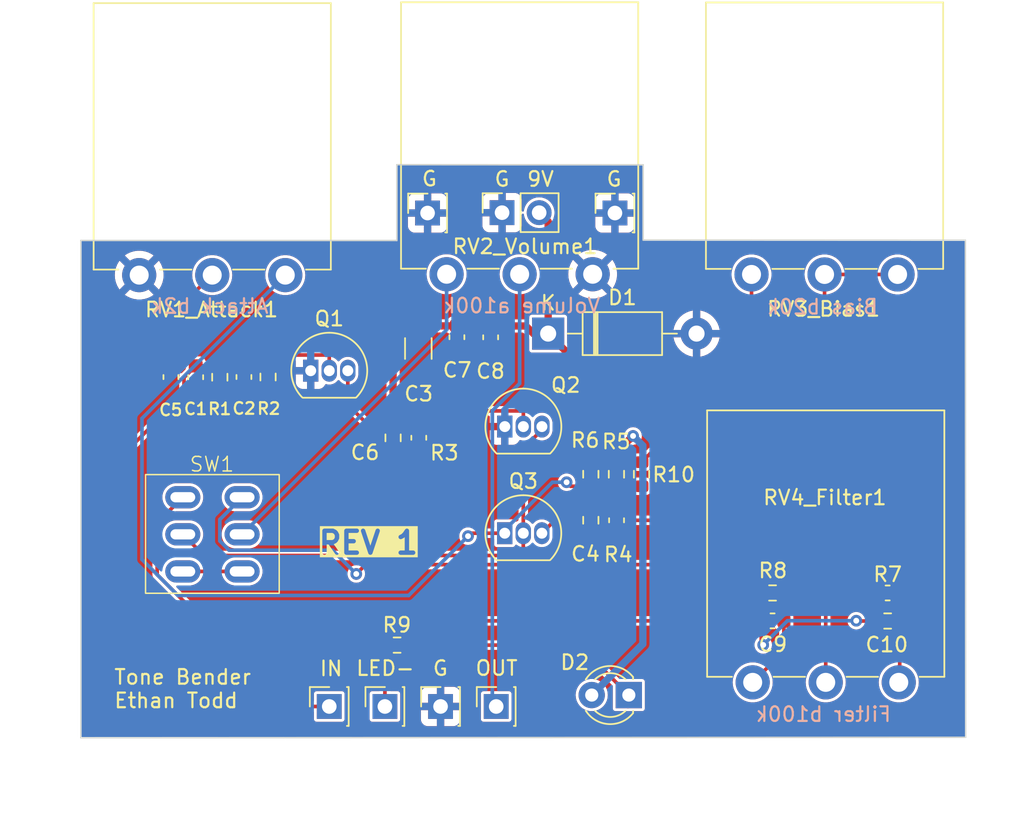
<source format=kicad_pcb>
(kicad_pcb (version 20240108) (generator "pcbnew") (generator_version "8.0")
  (layers (0 "F.Cu" signal) (31 "B.Cu" signal) (34 "B.Paste" user) (35 "F.Paste" user) (36 "B.SilkS" user "B.Silkscreen") (37 "F.SilkS" user "F.Silkscreen") (38 "B.Mask" user) (39 "F.Mask" user) (44 "Edge.Cuts" user))
  (net 0 "")
  (net 1 "GND")
  (net 2 "Net-(Q1-B)")
  (net 3 "+9V")
  (net 4 "Net-(C4-Pad2)")
  (net 5 "Net-(C5-Pad1)")
  (net 6 "Net-(Q1-C)")
  (net 7 "Net-(Q2-B)")
  (net 8 "Net-(Q2-C)")
  (net 9 "Net-(Q3-E)")
  (net 10 "Net-(Q3-C)")
  (net 11 "/input")
  (net 12 "/output")
  (net 13 "Net-(SW1A-B)")
  (net 14 "Net-(SW1A-A)")
  (net 15 "Net-(C9-Pad2)")
  (net 16 "Net-(C10-Pad1)")
  (net 17 "Net-(SW1B-B)")
  (net 18 "Net-(SW1B-A)")
  (net 19 "Net-(SW1A-C)")
  (net 20 "Net-(D2-K)")
  (net 21 "/LED-")
  (net 22 "Net-(R10-Pad2)")
  (footprint "Connector_PinSocket_2.54mm:PinSocket_1x01_P2.54mm_Vertical" (layer "F.Cu") (at 140.081 84.201 90)
    (property "Reference" "J3" (hide yes))
    (property "Value" "Conn_01x01_Socket")
    (fp_line (start 1.33 -1.33) (end 1.33 0) (stroke (width 0.12)) (layer "F.SilkS"))
    (fp_line (start 0 -1.33) (end 1.33 -1.33) (stroke (width 0.12)) (layer "F.SilkS"))
    (fp_line (start 1.33 1.21) (end 1.33 1.33) (stroke (width 0.12)) (layer "F.SilkS"))
    (fp_line (start -1.33 1.21) (end -1.33 1.33) (stroke (width 0.12)) (layer "F.SilkS"))
    (fp_line (start -1.33 1.33) (end 1.33 1.33) (stroke (width 0.12)) (layer "F.SilkS"))
    (pad "1" thru_hole rect (at 0 0 90) (size 1.7 1.7) (drill 1) (layers "*.Cu" "*.Mask") (net 1 "GND"))
  )
  (footprint "Connector_PinSocket_2.54mm:PinSocket_1x01_P2.54mm_Vertical" (layer "F.Cu") (at 136.271 84.201 90)
    (property "Reference" "J1" (hide yes))
    (property "Value" "Conn_01x01_Socket")
    (fp_line (start 1.33 -1.33) (end 1.33 0) (stroke (width 0.12)) (layer "F.SilkS"))
    (fp_line (start 0 -1.33) (end 1.33 -1.33) (stroke (width 0.12)) (layer "F.SilkS"))
    (fp_line (start 1.33 1.21) (end 1.33 1.33) (stroke (width 0.12)) (layer "F.SilkS"))
    (fp_line (start -1.33 1.21) (end -1.33 1.33) (stroke (width 0.12)) (layer "F.SilkS"))
    (fp_line (start -1.33 1.33) (end 1.33 1.33) (stroke (width 0.12)) (layer "F.SilkS"))
    (pad "1" thru_hole rect (at 0 0 90) (size 1.7 1.7) (drill 1) (layers "*.Cu" "*.Mask") (net 21 "/LED-"))
  )
  (footprint "Capacitor_SMD:C_0603_1608Metric" (layer "F.Cu") (at 162.81 78.34)
    (property "Reference" "C9" (at 0.02 1.61 360) (layer "F.SilkS"))
    (property "Value" "5n")
    (fp_line (start -0.140581 -0.51) (end 0.140581 -0.51) (stroke (width 0.12)) (layer "F.SilkS"))
    (fp_line (start -0.140581 0.51) (end 0.140581 0.51) (stroke (width 0.12)) (layer "F.SilkS"))
    (pad "1" smd roundrect (at -0.775 0) (size 0.9 0.95) (layers "F.Cu" "F.Paste" "F.Mask") (net 14 "Net-(SW1A-A)"))
    (pad "2" smd roundrect (at 0.775 0) (size 0.9 0.95) (layers "F.Cu" "F.Paste" "F.Mask") (net 15 "Net-(C9-Pad2)"))
  )
  (footprint "Potentiometer_THT:Potentiometer_Piher_PC-16_Single_Vertical" (layer "F.Cu") (at 129.45 54.67 90)
    (property "Reference" "RV1_Attack1" (at -2.366 -5.05 0) (layer "F.SilkS"))
    (property "Value" "B2k")
    (fp_line (start 18.62 -13.12) (end 18.62 3.12) (stroke (width 0.12)) (layer "F.SilkS"))
    (fp_line (start 0.380001 -13.12) (end 18.62 -13.12) (stroke (width 0.12)) (layer "F.SilkS"))
    (fp_line (start 0.380001 -13.12) (end 0.38 -11.426001) (stroke (width 0.12)) (layer "F.SilkS"))
    (fp_line (start 0.38 -8.574) (end 0.380001 -6.425) (stroke (width 0.12)) (layer "F.SilkS"))
    (fp_line (start 0.38 -3.575) (end 0.38 -1.425) (stroke (width 0.12)) (layer "F.SilkS"))
    (fp_line (start 0.38 1.425) (end 0.38 3.12) (stroke (width 0.12)) (layer "F.SilkS"))
    (fp_line (start 0.38 3.12) (end 18.62 3.12) (stroke (width 0.12)) (layer "F.SilkS"))
    (pad "1" thru_hole circle (at 0 0 90) (size 2.34 2.34) (drill 1.3) (layers "*.Cu" "*.Mask") (net 9 "Net-(Q3-E)"))
    (pad "2" thru_hole circle (at 0 -5 90) (size 2.34 2.34) (drill 1.3) (layers "*.Cu" "*.Mask") (net 5 "Net-(C5-Pad1)"))
    (pad "3" thru_hole circle (at 0 -10 90) (size 2.34 2.34) (drill 1.3) (layers "*.Cu" "*.Mask") (net 1 "GND"))
  )
  (footprint "Resistor_SMD:R_0603_1608Metric" (layer "F.Cu") (at 170.69 78.35)
    (property "Reference" "R7" (at 0 -3.19 0) (layer "F.SilkS"))
    (property "Value" "39k")
    (fp_line (start -0.237258 -0.5225) (end 0.237258 -0.5225) (stroke (width 0.12)) (layer "F.SilkS"))
    (fp_line (start -0.237258 0.5225) (end 0.237258 0.5225) (stroke (width 0.12)) (layer "F.SilkS"))
    (pad "1" smd roundrect (at -0.825 0) (size 0.8 0.95) (layers "F.Cu" "F.Paste" "F.Mask") (net 14 "Net-(SW1A-A)"))
    (pad "2" smd roundrect (at 0.825 0) (size 0.8 0.95) (layers "F.Cu" "F.Paste" "F.Mask") (net 16 "Net-(C10-Pad1)"))
  )
  (footprint "Capacitor_SMD:C_0603_1608Metric" (layer "F.Cu") (at 121.62 61.65 -90)
    (property "Reference" "C5" (at 2.25 0.01 180) (layer "F.SilkS") (effects (font (size 0.8 0.8))))
    (property "Value" "4.7u")
    (fp_line (start -0.140581 0.51) (end 0.140581 0.51) (stroke (width 0.12)) (layer "F.SilkS"))
    (fp_line (start -0.140581 -0.51) (end 0.140581 -0.51) (stroke (width 0.12)) (layer "F.SilkS"))
    (pad "1" smd roundrect (at -0.775 0 270) (size 0.9 0.95) (layers "F.Cu" "F.Paste" "F.Mask") (net 5 "Net-(C5-Pad1)"))
    (pad "2" smd roundrect (at 0.775 0 270) (size 0.9 0.95) (layers "F.Cu" "F.Paste" "F.Mask") (net 1 "GND"))
  )
  (footprint "Diode_THT:D_DO-41_SOD81_P10.16mm_Horizontal" (layer "F.Cu") (at 147.447 58.674)
    (property "Reference" "D1" (at 5.08 -2.47 0) (layer "F.SilkS"))
    (property "Value" "1N4002")
    (fp_line (start 1.34 0) (end 2.36 0) (stroke (width 0.12)) (layer "F.SilkS"))
    (fp_line (start 2.36 -1.47) (end 2.36 1.47) (stroke (width 0.12)) (layer "F.SilkS"))
    (fp_line (start 2.36 1.47) (end 7.8 1.47) (stroke (width 0.12)) (layer "F.SilkS"))
    (fp_line (start 3.14 -1.47) (end 3.14 1.47) (stroke (width 0.12)) (layer "F.SilkS"))
    (fp_line (start 3.26 -1.47) (end 3.26 1.47) (stroke (width 0.12)) (layer "F.SilkS"))
    (fp_line (start 3.38 -1.47) (end 3.38 1.47) (stroke (width 0.12)) (layer "F.SilkS"))
    (fp_line (start 7.8 -1.47) (end 2.36 -1.47) (stroke (width 0.12)) (layer "F.SilkS"))
    (fp_line (start 7.8 1.47) (end 7.8 -1.47) (stroke (width 0.12)) (layer "F.SilkS"))
    (fp_line (start 8.82 0) (end 7.8 0) (stroke (width 0.12)) (layer "F.SilkS"))
    (fp_text user "K" (at 0 -2.1 0) (layer "F.SilkS"))
    (pad "1" thru_hole rect (at 0 0) (size 2.2 2.2) (drill 1.1) (layers "*.Cu" "*.Mask") (net 3 "+9V"))
    (pad "2" thru_hole oval (at 10.16 0) (size 2.2 2.2) (drill 1.1) (layers "*.Cu" "*.Mask") (net 1 "GND"))
  )
  (footprint "Capacitor_SMD:C_1206_3216Metric" (layer "F.Cu") (at 138.56 59.694999 -90)
    (property "Reference" "C3" (at 3.105001 -0.02 180) (layer "F.SilkS"))
    (property "Value" "47u")
    (fp_line (start -0.711252 0.91) (end 0.711252 0.91) (stroke (width 0.12)) (layer "F.SilkS"))
    (fp_line (start -0.711252 -0.91) (end 0.711252 -0.91) (stroke (width 0.12)) (layer "F.SilkS"))
    (pad "1" smd roundrect (at -1.475001 0 270) (size 1.15 1.8) (layers "F.Cu" "F.Paste" "F.Mask") (roundrect_rratio 0.217391) (net 3 "+9V"))
    (pad "2" smd roundrect (at 1.475001 0 270) (size 1.15 1.8) (layers "F.Cu" "F.Paste" "F.Mask") (roundrect_rratio 0.217391) (net 1 "GND"))
  )
  (footprint "Connector_PinSocket_2.54mm:PinSocket_1x02_P2.54mm_Vertical" (layer "F.Cu") (at 144.292 50.394 90)
    (property "Reference" "J2" (hide yes))
    (property "Value" "Conn_01x02_Pin")
    (fp_line (start 1.33 -1.33) (end 1.33 0) (stroke (width 0.12)) (layer "F.SilkS"))
    (fp_line (start 0 -1.33) (end 1.33 -1.33) (stroke (width 0.12)) (layer "F.SilkS"))
    (fp_line (start 1.33 1.270001) (end 1.33 3.87) (stroke (width 0.12)) (layer "F.SilkS"))
    (fp_line (start -1.33 1.270001) (end 1.33 1.270001) (stroke (width 0.12)) (layer "F.SilkS"))
    (fp_line (start -1.33 1.270001) (end -1.33 3.87) (stroke (width 0.12)) (layer "F.SilkS"))
    (fp_line (start -1.33 3.87) (end 1.33 3.87) (stroke (width 0.12)) (layer "F.SilkS"))
    (pad "1" thru_hole rect (at 0 0 90) (size 1.7 1.7) (drill 1) (layers "*.Cu" "*.Mask") (net 1 "GND"))
    (pad "2" thru_hole oval (at 0 2.54 90) (size 1.7 1.7) (drill 1) (layers "*.Cu" "*.Mask") (net 3 "+9V"))
  )
  (footprint "Resistor_SMD:R_0603_1608Metric" (layer "F.Cu") (at 152.1206 68.3006 -90)
    (property "Reference" "R5" (at -2.2306 0.0106 180) (layer "F.SilkS"))
    (property "Value" "1k2")
    (fp_line (start -0.237258 0.5225) (end 0.237258 0.5225) (stroke (width 0.12)) (layer "F.SilkS"))
    (fp_line (start -0.237258 -0.5225) (end 0.237258 -0.5225) (stroke (width 0.12)) (layer "F.SilkS"))
    (pad "1" smd roundrect (at -0.825 0 270) (size 0.8 0.95) (layers "F.Cu" "F.Paste" "F.Mask") (net 3 "+9V"))
    (pad "2" smd roundrect (at 0.825 0 270) (size 0.8 0.95) (layers "F.Cu" "F.Paste" "F.Mask") (net 4 "Net-(C4-Pad2)"))
  )
  (footprint "Connector_PinSocket_2.54mm:PinSocket_1x01_P2.54mm_Vertical" (layer "F.Cu") (at 139.192 50.419 90)
    (property "Reference" "J5" (hide yes))
    (property "Value" "Conn_01x01_Socket")
    (fp_line (start 1.33 -1.33) (end 1.33 0) (stroke (width 0.12)) (layer "F.SilkS"))
    (fp_line (start 0 -1.33) (end 1.33 -1.33) (stroke (width 0.12)) (layer "F.SilkS"))
    (fp_line (start 1.33 1.21) (end 1.33 1.33) (stroke (width 0.12)) (layer "F.SilkS"))
    (fp_line (start -1.33 1.21) (end -1.33 1.33) (stroke (width 0.12)) (layer "F.SilkS"))
    (fp_line (start -1.33 1.33) (end 1.33 1.33) (stroke (width 0.12)) (layer "F.SilkS"))
    (pad "1" thru_hole rect (at 0 0 90) (size 1.7 1.7) (drill 1) (layers "*.Cu" "*.Mask") (net 1 "GND"))
  )
  (footprint "Capacitor_SMD:C_0603_1608Metric" (layer "F.Cu") (at 138.59 65.805 90)
    (property "Reference" "C6" (at -1.005 -3.68 0) (layer "F.SilkS"))
    (property "Value" "100n")
    (fp_line (start -0.140581 -0.51) (end 0.140581 -0.51) (stroke (width 0.12)) (layer "F.SilkS"))
    (fp_line (start -0.140581 0.51) (end 0.140581 0.51) (stroke (width 0.12)) (layer "F.SilkS"))
    (pad "1" smd roundrect (at -0.775 0 90) (size 0.9 0.95) (layers "F.Cu" "F.Paste" "F.Mask") (net 6 "Net-(Q1-C)"))
    (pad "2" smd roundrect (at 0.775 0 90) (size 0.9 0.95) (layers "F.Cu" "F.Paste" "F.Mask") (net 7 "Net-(Q2-B)"))
  )
  (footprint "Resistor_SMD:R_0603_1608Metric" (layer "F.Cu") (at 150.368 71.4502 -90)
    (property "Reference" "R4" (at 2.3498 -1.872 180) (layer "F.SilkS"))
    (property "Value" "47k")
    (fp_line (start -0.237258 0.5225) (end 0.237258 0.5225) (stroke (width 0.12)) (layer "F.SilkS"))
    (fp_line (start -0.237258 -0.5225) (end 0.237258 -0.5225) (stroke (width 0.12)) (layer "F.SilkS"))
    (pad "1" smd roundrect (at -0.825 0 270) (size 0.8 0.95) (layers "F.Cu" "F.Paste" "F.Mask") (net 3 "+9V"))
    (pad "2" smd roundrect (at 0.825 0 270) (size 0.8 0.95) (layers "F.Cu" "F.Paste" "F.Mask") (net 8 "Net-(Q2-C)"))
  )
  (footprint "Capacitor_SMD:C_0603_1608Metric" (layer "F.Cu") (at 152.13 71.455 90)
    (property "Reference" "C4" (at -2.305 -2.13 0) (layer "F.SilkS"))
    (property "Value" "10n")
    (fp_line (start -0.140581 -0.51) (end 0.140581 -0.51) (stroke (width 0.12)) (layer "F.SilkS"))
    (fp_line (start -0.140581 0.51) (end 0.140581 0.51) (stroke (width 0.12)) (layer "F.SilkS"))
    (pad "1" smd roundrect (at -0.775 0 90) (size 0.9 0.95) (layers "F.Cu" "F.Paste" "F.Mask") (net 13 "Net-(SW1A-B)"))
    (pad "2" smd roundrect (at 0.775 0 90) (size 0.9 0.95) (layers "F.Cu" "F.Paste" "F.Mask") (net 4 "Net-(C4-Pad2)"))
  )
  (footprint "Resistor_SMD:R_0603_1608Metric" (layer "F.Cu") (at 128.27 61.645 -90)
    (property "Reference" "R2" (at 2.165 -0.05 180) (layer "F.SilkS") (effects (font (size 0.8 0.8))))
    (property "Value" "100k")
    (fp_line (start -0.237258 0.5225) (end 0.237258 0.5225) (stroke (width 0.12)) (layer "F.SilkS"))
    (fp_line (start -0.237258 -0.5225) (end 0.237258 -0.5225) (stroke (width 0.12)) (layer "F.SilkS"))
    (pad "1" smd roundrect (at -0.825 0 270) (size 0.8 0.95) (layers "F.Cu" "F.Paste" "F.Mask") (net 2 "Net-(Q1-B)"))
    (pad "2" smd roundrect (at 0.825 0 270) (size 0.8 0.95) (layers "F.Cu" "F.Paste" "F.Mask") (net 1 "GND"))
  )
  (footprint "Connector_PinSocket_2.54mm:PinSocket_1x01_P2.54mm_Vertical" (layer "F.Cu") (at 132.461 84.201 90)
    (property "Reference" "J4" (hide yes))
    (property "Value" "Conn_01x01_Socket")
    (fp_line (start 1.33 -1.33) (end 1.33 0) (stroke (width 0.12)) (layer "F.SilkS"))
    (fp_line (start 0 -1.33) (end 1.33 -1.33) (stroke (width 0.12)) (layer "F.SilkS"))
    (fp_line (start 1.33 1.21) (end 1.33 1.33) (stroke (width 0.12)) (layer "F.SilkS"))
    (fp_line (start -1.33 1.21) (end -1.33 1.33) (stroke (width 0.12)) (layer "F.SilkS"))
    (fp_line (start -1.33 1.33) (end 1.33 1.33) (stroke (width 0.12)) (layer "F.SilkS"))
    (pad "1" thru_hole rect (at 0 0 90) (size 1.7 1.7) (drill 1) (layers "*.Cu" "*.Mask") (net 11 "/input"))
  )
  (footprint "Package_TO_SOT_THT:TO-92_Inline" (layer "F.Cu") (at 131.191 61.214)
    (property "Reference" "Q1" (at 1.27 -3.56 0) (layer "F.SilkS"))
    (property "Value" "2N3904")
    (fp_line (start -0.53 1.85) (end 3.07 1.85) (stroke (width 0.12)) (layer "F.SilkS"))
    (fp_arc (start -0.568478 1.838478) (mid -1.132087 -0.994977) (end 1.27 -2.6) (stroke (width 0.12)) (layer "F.SilkS"))
    (fp_arc (start 1.27 -2.6) (mid 3.672087 -0.994977) (end 3.108478 1.838478) (stroke (width 0.12)) (layer "F.SilkS"))
    (pad "1" thru_hole rect (at 0 0) (size 1.05 1.5) (drill 0.75) (layers "*.Cu" "*.Mask") (net 1 "GND"))
    (pad "2" thru_hole oval (at 1.27 0) (size 1.05 1.5) (drill 0.75) (layers "*.Cu" "*.Mask") (net 2 "Net-(Q1-B)"))
    (pad "3" thru_hole oval (at 2.54 0) (size 1.05 1.5) (drill 0.75) (layers "*.Cu" "*.Mask") (net 6 "Net-(Q1-C)"))
  )
  (footprint "Resistor_SMD:R_0603_1608Metric" (layer "F.Cu") (at 150.368 68.3006 -90)
    (property "Reference" "R6" (at -2.3306 0.388 180) (layer "F.SilkS"))
    (property "Value" "100k")
    (fp_line (start -0.237258 0.5225) (end 0.237258 0.5225) (stroke (width 0.12)) (layer "F.SilkS"))
    (fp_line (start -0.237258 -0.5225) (end 0.237258 -0.5225) (stroke (width 0.12)) (layer "F.SilkS"))
    (pad "1" smd roundrect (at -0.825 0 270) (size 0.8 0.95) (layers "F.Cu" "F.Paste" "F.Mask") (net 7 "Net-(Q2-B)"))
    (pad "2" smd roundrect (at 0.825 0 270) (size 0.8 0.95) (layers "F.Cu" "F.Paste" "F.Mask") (net 9 "Net-(Q3-E)"))
  )
  (footprint "Resistor_SMD:R_0603_1608Metric" (layer "F.Cu") (at 153.84 68.3 90)
    (property "Reference" "R10" (at -0.03 2.2 0) (layer "F.SilkS"))
    (property "Value" "2k")
    (fp_line (start -0.237258 -0.5225) (end 0.237258 -0.5225) (stroke (width 0.12)) (layer "F.SilkS"))
    (fp_line (start -0.237258 0.5225) (end 0.237258 0.5225) (stroke (width 0.12)) (layer "F.SilkS"))
    (pad "1" smd roundrect (at -0.825 0 90) (size 0.8 0.95) (layers "F.Cu" "F.Paste" "F.Mask") (net 4 "Net-(C4-Pad2)"))
    (pad "2" smd roundrect (at 0.825 0 90) (size 0.8 0.95) (layers "F.Cu" "F.Paste" "F.Mask") (net 22 "Net-(R10-Pad2)"))
  )
  (footprint "Potentiometer_THT:Potentiometer_Piher_PC-16_Single_Vertical" (layer "F.Cu") (at 171.45 82.55 90)
    (property "Reference" "RV4_Filter1" (at 12.65 -5.06 0) (layer "F.SilkS"))
    (property "Value" "B100k")
    (fp_line (start 18.62 -13.12) (end 18.62 3.12) (stroke (width 0.12)) (layer "F.SilkS"))
    (fp_line (start 0.380001 -13.12) (end 18.62 -13.12) (stroke (width 0.12)) (layer "F.SilkS"))
    (fp_line (start 0.380001 -13.12) (end 0.38 -11.426001) (stroke (width 0.12)) (layer "F.SilkS"))
    (fp_line (start 0.38 -8.574) (end 0.380001 -6.425) (stroke (width 0.12)) (layer "F.SilkS"))
    (fp_line (start 0.38 -3.575) (end 0.38 -1.425) (stroke (width 0.12)) (layer "F.SilkS"))
    (fp_line (start 0.38 1.425) (end 0.38 3.12) (stroke (width 0.12)) (layer "F.SilkS"))
    (fp_line (start 0.38 3.12) (end 18.62 3.12) (stroke (width 0.12)) (layer "F.SilkS"))
    (pad "1" thru_hole circle (at 0 0 90) (size 2.34 2.34) (drill 1.3) (layers "*.Cu" "*.Mask") (net 16 "Net-(C10-Pad1)"))
    (pad "2" thru_hole circle (at 0 -5 90) (size 2.34 2.34) (drill 1.3) (layers "*.Cu" "*.Mask") (net 18 "Net-(SW1B-A)"))
    (pad "3" thru_hole circle (at 0 -10 90) (size 2.34 2.34) (drill 1.3) (layers "*.Cu" "*.Mask") (net 15 "Net-(C9-Pad2)"))
  )
  (footprint "Capacitor_SMD:C_0603_1608Metric" (layer "F.Cu") (at 123.317 61.659 -90)
    (property "Reference" "C1" (at 2.171 0.007 180) (layer "F.SilkS") (effects (font (size 0.8 0.8))))
    (property "Value" "10n")
    (fp_line (start -0.140581 0.51) (end 0.140581 0.51) (stroke (width 0.12)) (layer "F.SilkS"))
    (fp_line (start -0.140581 -0.51) (end 0.140581 -0.51) (stroke (width 0.12)) (layer "F.SilkS"))
    (pad "1" smd roundrect (at -0.775 0 270) (size 0.9 0.95) (layers "F.Cu" "F.Paste" "F.Mask") (net 11 "/input"))
    (pad "2" smd roundrect (at 0.775 0 270) (size 0.9 0.95) (layers "F.Cu" "F.Paste" "F.Mask") (net 1 "GND"))
  )
  (footprint "Potentiometer_THT:Potentiometer_Piher_PC-16_Single_Vertical" (layer "F.Cu") (at 150.495 54.61 90)
    (property "Reference" "RV2_Volume1" (at 1.9 -4.635 0) (layer "F.SilkS"))
    (property "Value" "A100k")
    (fp_line (start 18.62 -13.12) (end 18.62 3.12) (stroke (width 0.12)) (layer "F.SilkS"))
    (fp_line (start 0.380001 -13.12) (end 18.62 -13.12) (stroke (width 0.12)) (layer "F.SilkS"))
    (fp_line (start 0.380001 -13.12) (end 0.38 -11.426001) (stroke (width 0.12)) (layer "F.SilkS"))
    (fp_line (start 0.38 -8.574) (end 0.380001 -6.425) (stroke (width 0.12)) (layer "F.SilkS"))
    (fp_line (start 0.38 -3.575) (end 0.38 -1.425) (stroke (width 0.12)) (layer "F.SilkS"))
    (fp_line (start 0.38 1.425) (end 0.38 3.12) (stroke (width 0.12)) (layer "F.SilkS"))
    (fp_line (start 0.38 3.12) (end 18.62 3.12) (stroke (width 0.12)) (layer "F.SilkS"))
    (pad "1" thru_hole circle (at 0 0 90) (size 2.34 2.34) (drill 1.3) (layers "*.Cu" "*.Mask") (net 1 "GND"))
    (pad "2" thru_hole circle (at 0 -5 90) (size 2.34 2.34) (drill 1.3) (layers "*.Cu" "*.Mask") (net 12 "/output"))
    (pad "3" thru_hole circle (at 0 -10 90) (size 2.34 2.34) (drill 1.3) (layers "*.Cu" "*.Mask") (net 17 "Net-(SW1B-B)"))
  )
  (footprint "Capacitor_SMD:C_0603_1608Metric" (layer "F.Cu") (at 141.2 58.92 -90)
    (property "Reference" "C7" (at 2.25 -0.02 180) (layer "F.SilkS"))
    (property "Value" "100n")
    (fp_line (start -0.140581 0.51) (end 0.140581 0.51) (stroke (width 0.12)) (layer "F.SilkS"))
    (fp_line (start -0.140581 -0.51) (end 0.140581 -0.51) (stroke (width 0.12)) (layer "F.SilkS"))
    (pad "1" smd roundrect (at -0.775 0 270) (size 0.9 0.95) (layers "F.Cu" "F.Paste" "F.Mask") (net 3 "+9V"))
    (pad "2" smd roundrect (at 0.775 0 270) (size 0.9 0.95) (layers "F.Cu" "F.Paste" "F.Mask") (net 1 "GND"))
  )
  (footprint "Resistor_SMD:R_0603_1608Metric" (layer "F.Cu") (at 136.8298 65.8114 -90)
    (property "Reference" "R3" (at 1.0286 -3.5102 180) (layer "F.SilkS"))
    (property "Value" "10k")
    (fp_line (start -0.237258 0.5225) (end 0.237258 0.5225) (stroke (width 0.12)) (layer "F.SilkS"))
    (fp_line (start -0.237258 -0.5225) (end 0.237258 -0.5225) (stroke (width 0.12)) (layer "F.SilkS"))
    (pad "1" smd roundrect (at -0.825 0 270) (size 0.8 0.95) (layers "F.Cu" "F.Paste" "F.Mask") (net 3 "+9V"))
    (pad "2" smd roundrect (at 0.825 0 270) (size 0.8 0.95) (layers "F.Cu" "F.Paste" "F.Mask") (net 6 "Net-(Q1-C)"))
  )
  (footprint "Footprints:DPDT" (layer "F.Cu") (at 122.435 69.87625)
    (property "Reference" "SW1" (at 1.995 -2.25625 0) (layer "F.SilkS") (effects (font (thickness 0.1))))
    (property "Value" "SW_DPDT_x2")
    (fp_rect (start -2.55 -1.55) (end 6.6 6.575) (stroke (width 0.1)) (fill none) (layer "F.SilkS"))
    (pad "1" thru_hole oval (at 0 0) (size 2.4 1.524) (drill oval 1.7 0.7) (layers "*.Cu" "*.Mask") (net 14 "Net-(SW1A-A)"))
    (pad "2" thru_hole oval (at 0 2.54) (size 2.4 1.524) (drill oval 1.7 0.7) (layers "*.Cu" "*.Mask") (net 13 "Net-(SW1A-B)"))
    (pad "3" thru_hole oval (at 0 5.08) (size 2.4 1.524) (drill oval 1.7 0.7) (layers "*.Cu" "*.Mask") (net 19 "Net-(SW1A-C)"))
    (pad "4" thru_hole oval (at 4.06 0) (size 2.4 1.524) (drill oval 1.7 0.7) (layers "*.Cu" "*.Mask") (net 18 "Net-(SW1B-A)"))
    (pad "5" thru_hole oval (at 4.06 2.54) (size 2.4 1.524) (drill oval 1.7 0.7) (layers "*.Cu" "*.Mask") (net 17 "Net-(SW1B-B)"))
    (pad "6" thru_hole oval (at 4.06 5.08) (size 2.4 1.524) (drill oval 1.7 0.7) (layers "*.Cu" "*.Mask") (net 19 "Net-(SW1A-C)"))
  )
  (footprint "Potentiometer_THT:Potentiometer_Piher_PC-16_Single_Vertical" (layer "F.Cu") (at 171.37 54.624 90)
    (property "Reference" "RV3_Bias1" (at -2.366 -5.07 0) (layer "F.SilkS"))
    (property "Value" "B20k")
    (fp_line (start 18.62 -13.12) (end 18.62 3.12) (stroke (width 0.12)) (layer "F.SilkS"))
    (fp_line (start 0.380001 -13.12) (end 18.62 -13.12) (stroke (width 0.12)) (layer "F.SilkS"))
    (fp_line (start 0.380001 -13.12) (end 0.38 -11.426001) (stroke (width 0.12)) (layer "F.SilkS"))
    (fp_line (start 0.38 -8.574) (end 0.380001 -6.425) (stroke (width 0.12)) (layer "F.SilkS"))
    (fp_line (start 0.38 -3.575) (end 0.38 -1.425) (stroke (width 0.12)) (layer "F.SilkS"))
    (fp_line (start 0.38 1.425) (end 0.38 3.12) (stroke (width 0.12)) (layer "F.SilkS"))
    (fp_line (start 0.38 3.12) (end 18.62 3.12) (stroke (width 0.12)) (layer "F.SilkS"))
    (pad "1" thru_hole circle (at 0 0 90) (size 2.34 2.34) (drill 1.3) (layers "*.Cu" "*.Mask") (net 10 "Net-(Q3-C)"))
    (pad "2" thru_hole circle (at 0 -5 90) (size 2.34 2.34) (drill 1.3) (layers "*.Cu" "*.Mask") (net 10 "Net-(Q3-C)"))
    (pad "3" thru_hole circle (at 0 -10 90) (size 2.34 2.34) (drill 1.3) (layers "*.Cu" "*.Mask") (net 22 "Net-(R10-Pad2)"))
  )
  (footprint "Package_TO_SOT_THT:TO-92_Inline" (layer "F.Cu") (at 144.48 65.04)
    (property "Reference" "Q2" (at 4.17 -2.84 0) (layer "F.SilkS"))
    (property "Value" "2N3904")
    (fp_line (start -0.53 1.85) (end 3.07 1.85) (stroke (width 0.12)) (layer "F.SilkS"))
    (fp_arc (start -0.568478 1.838478) (mid -1.132087 -0.994977) (end 1.27 -2.6) (stroke (width 0.12)) (layer "F.SilkS"))
    (fp_arc (start 1.27 -2.6) (mid 3.672087 -0.994977) (end 3.108478 1.838478) (stroke (width 0.12)) (layer "F.SilkS"))
    (pad "1" thru_hole rect (at 0 0) (size 1.05 1.5) (drill 0.75) (layers "*.Cu" "*.Mask") (net 1 "GND"))
    (pad "2" thru_hole oval (at 1.27 0) (size 1.05 1.5) (drill 0.75) (layers "*.Cu" "*.Mask") (net 7 "Net-(Q2-B)"))
    (pad "3" thru_hole oval (at 2.54 0) (size 1.05 1.5) (drill 0.75) (layers "*.Cu" "*.Mask") (net 8 "Net-(Q2-C)"))
  )
  (footprint "Capacitor_SMD:C_0603_1608Metric" (layer "F.Cu") (at 126.619 61.646 -90)
    (property "Reference" "C2" (at 2.154 -0.011 180) (layer "F.SilkS") (effects (font (size 0.8 0.8))))
    (property "Value" "4.7u")
    (fp_line (start -0.140581 0.51) (end 0.140581 0.51) (stroke (width 0.12)) (layer "F.SilkS"))
    (fp_line (start -0.140581 -0.51) (end 0.140581 -0.51) (stroke (width 0.12)) (layer "F.SilkS"))
    (pad "1" smd roundrect (at -0.775 0 270) (size 0.9 0.95) (layers "F.Cu" "F.Paste" "F.Mask") (net 11 "/input"))
    (pad "2" smd roundrect (at 0.775 0 270) (size 0.9 0.95) (layers "F.Cu" "F.Paste" "F.Mask") (net 2 "Net-(Q1-B)"))
  )
  (footprint "Capacitor_SMD:C_0603_1608Metric" (layer "F.Cu") (at 170.69 76.43 180)
    (property "Reference" "C10" (at 0.06 -3.54 180) (layer "F.SilkS"))
    (property "Value" "10n")
    (fp_line (start -0.140581 0.51) (end 0.140581 0.51) (stroke (width 0.12)) (layer "F.SilkS"))
    (fp_line (start -0.140581 -0.51) (end 0.140581 -0.51) (stroke (width 0.12)) (layer "F.SilkS"))
    (pad "1" smd roundrect (at -0.775 0 180) (size 0.9 0.95) (layers "F.Cu" "F.Paste" "F.Mask") (net 16 "Net-(C10-Pad1)"))
    (pad "2" smd roundrect (at 0.775 0 180) (size 0.9 0.95) (layers "F.Cu" "F.Paste" "F.Mask") (net 1 "GND"))
  )
  (footprint "Resistor_SMD:R_0603_1608Metric" (layer "F.Cu") (at 124.967999 61.659 -90)
    (property "Reference" "R1" (at 2.171 0.007999 180) (layer "F.SilkS") (effects (font (size 0.8 0.8))))
    (property "Value" "1M")
    (fp_line (start -0.237258 0.5225) (end 0.237258 0.5225) (stroke (width 0.12)) (layer "F.SilkS"))
    (fp_line (start -0.237258 -0.5225) (end 0.237258 -0.5225) (stroke (width 0.12)) (layer "F.SilkS"))
    (pad "1" smd roundrect (at -0.825 0 270) (size 0.8 0.95) (layers "F.Cu" "F.Paste" "F.Mask") (net 11 "/input"))
    (pad "2" smd roundrect (at 0.825 0 270) (size 0.8 0.95) (layers "F.Cu" "F.Paste" "F.Mask") (net 1 "GND"))
  )
  (footprint "Resistor_SMD:R_0603_1608Metric" (layer "F.Cu") (at 162.81 76.43 180)
    (property "Reference" "R8" (at -0.02 1.53 180) (layer "F.SilkS"))
    (property "Value" "22k")
    (fp_line (start -0.237258 0.5225) (end 0.237258 0.5225) (stroke (width 0.12)) (layer "F.SilkS"))
    (fp_line (start -0.237258 -0.5225) (end 0.237258 -0.5225) (stroke (width 0.12)) (layer "F.SilkS"))
    (pad "1" smd roundrect (at -0.825 0 180) (size 0.8 0.95) (layers "F.Cu" "F.Paste" "F.Mask") (net 15 "Net-(C9-Pad2)"))
    (pad "2" smd roundrect (at 0.825 0 180) (size 0.8 0.95) (layers "F.Cu" "F.Paste" "F.Mask") (net 1 "GND"))
  )
  (footprint "Connector_PinSocket_2.54mm:PinSocket_1x01_P2.54mm_Vertical" (layer "F.Cu") (at 152.019 50.419 90)
    (property "Reference" "J7" (hide yes))
    (property "Value" "Conn_01x01_Socket")
    (fp_line (start 1.33 -1.33) (end 1.33 0) (stroke (width 0.12)) (layer "F.SilkS"))
    (fp_line (start 0 -1.33) (end 1.33 -1.33) (stroke (width 0.12)) (layer "F.SilkS"))
    (fp_line (start 1.33 1.21) (end 1.33 1.33) (stroke (width 0.12)) (layer "F.SilkS"))
    (fp_line (start -1.33 1.21) (end -1.33 1.33) (stroke (width 0.12)) (layer "F.SilkS"))
    (fp_line (start -1.33 1.33) (end 1.33 1.33) (stroke (width 0.12)) (layer "F.SilkS"))
    (pad "1" thru_hole rect (at 0 0 90) (size 1.7 1.7) (drill 1) (layers "*.Cu" "*.Mask") (net 1 "GND"))
  )
  (footprint "Package_TO_SOT_THT:TO-92_Inline" (layer "F.Cu") (at 144.4752 72.3392)
    (property "Reference" "Q3" (at 1.27 -3.56 0) (layer "F.SilkS"))
    (property "Value" "2N3904")
    (fp_line (start -0.53 1.85) (end 3.07 1.85) (stroke (width 0.12)) (layer "F.SilkS"))
    (fp_arc (start -0.568478 1.838478) (mid -1.132087 -0.994977) (end 1.27 -2.6) (stroke (width 0.12)) (layer "F.SilkS"))
    (fp_arc (start 1.27 -2.6) (mid 3.672087 -0.994977) (end 3.108478 1.838478) (stroke (width 0.12)) (layer "F.SilkS"))
    (pad "1" thru_hole rect (at 0 0) (size 1.05 1.5) (drill 0.75) (layers "*.Cu" "*.Mask") (net 9 "Net-(Q3-E)"))
    (pad "2" thru_hole oval (at 1.27 0) (size 1.05 1.5) (drill 0.75) (layers "*.Cu" "*.Mask") (net 8 "Net-(Q2-C)"))
    (pad "3" thru_hole oval (at 2.54 0) (size 1.05 1.5) (drill 0.75) (layers "*.Cu" "*.Mask") (net 10 "Net-(Q3-C)"))
  )
  (footprint "Resistor_SMD:R_0603_1608Metric" (layer "F.Cu") (at 137.105 80 180)
    (property "Reference" "R9" (at 0.015 1.38 180) (layer "F.SilkS"))
    (property "Value" "560")
    (fp_line (start -0.237258 0.5225) (end 0.237258 0.5225) (stroke (width 0.12)) (layer "F.SilkS"))
    (fp_line (start -0.237258 -0.5225) (end 0.237258 -0.5225) (stroke (width 0.12)) (layer "F.SilkS"))
    (pad "1" smd roundrect (at -0.825 0 180) (size 0.8 0.95) (layers "F.Cu" "F.Paste" "F.Mask") (net 20 "Net-(D2-K)"))
    (pad "2" smd roundrect (at 0.825 0 180) (size 0.8 0.95) (layers "F.Cu" "F.Paste" "F.Mask") (net 21 "/LED-"))
  )
  (footprint "Connector_PinSocket_2.54mm:PinSocket_1x01_P2.54mm_Vertical" (layer "F.Cu") (at 143.891 84.201 90)
    (property "Reference" "J6" (hide yes))
    (property "Value" "Conn_01x01_Socket")
    (fp_line (start 1.33 -1.33) (end 1.33 0) (stroke (width 0.12)) (layer "F.SilkS"))
    (fp_line (start 0 -1.33) (end 1.33 -1.33) (stroke (width 0.12)) (layer "F.SilkS"))
    (fp_line (start 1.33 1.21) (end 1.33 1.33) (stroke (width 0.12)) (layer "F.SilkS"))
    (fp_line (start -1.33 1.21) (end -1.33 1.33) (stroke (width 0.12)) (layer "F.SilkS"))
    (fp_line (start -1.33 1.33) (end 1.33 1.33) (stroke (width 0.12)) (layer "F.SilkS"))
    (pad "1" thru_hole rect (at 0 0 90) (size 1.7 1.7) (drill 1) (layers "*.Cu" "*.Mask") (net 12 "/output"))
  )
  (footprint "LED_THT:LED_D3.0mm" (layer "F.Cu") (at 152.97 83.42 180)
    (property "Reference" "D2" (at 3.7 2.24 180) (layer "F.SilkS"))
    (property "Value" "LED")
    (fp_line (start -0.29 1.08) (end -0.29 1.236) (stroke (width 0.12)) (layer "F.SilkS"))
    (fp_line (start -0.29 -1.236) (end -0.29 -1.08) (stroke (width 0.12)) (layer "F.SilkS"))
    (fp_arc (start 2.942335 1.078608) (mid 1.366487 1.987659) (end -0.29 1.235516) (stroke (width 0.12)) (layer "F.SilkS"))
    (fp_arc (start 2.31113 1.079837) (mid 1.270117 1.5) (end 0.229039 1.08) (stroke (width 0.12)) (layer "F.SilkS"))
    (fp_arc (start 0.229039 -1.08) (mid 1.270117 -1.5) (end 2.31113 -1.079837) (stroke (width 0.12)) (layer "F.SilkS"))
    (fp_arc (start -0.29 -1.235516) (mid 1.366487 -1.987659) (end 2.942335 -1.078608) (stroke (width 0.12)) (layer "F.SilkS"))
    (pad "1" thru_hole rect (at 0 0 180) (size 1.8 1.8) (drill 0.9) (layers "*.Cu" "*.Mask") (net 20 "Net-(D2-K)"))
    (pad "2" thru_hole circle (at 2.54 0 180) (size 1.8 1.8) (drill 0.9) (layers "*.Cu" "*.Mask") (net 3 "+9V"))
  )
  (footprint "Capacitor_SMD:C_0603_1608Metric" (layer "F.Cu") (at 143.51 58.928 -90)
    (property "Reference" "C8" (at 2.322 0.01 180) (layer "F.SilkS"))
    (property "Value" "10n")
    (fp_line (start -0.140581 0.51) (end 0.140581 0.51) (stroke (width 0.12)) (layer "F.SilkS"))
    (fp_line (start -0.140581 -0.51) (end 0.140581 -0.51) (stroke (width 0.12)) (layer "F.SilkS"))
    (pad "1" smd roundrect (at -0.775 0 270) (size 0.9 0.95) (layers "F.Cu" "F.Paste" "F.Mask") (net 3 "+9V"))
    (pad "2" smd roundrect (at 0.775 0 270) (size 0.9 0.95) (layers "F.Cu" "F.Paste" "F.Mask") (net 1 "GND"))
  )
  (gr_line (start 137.09 47.11) (end 153.95 47.12) (stroke (width 0.1)) (layer "Edge.Cuts"))
  (gr_line (start 115.46 86.34) (end 176.03 86.31) (stroke (width 0.1)) (layer "Edge.Cuts"))
  (gr_line (start 176.01 52.28) (end 153.95 52.27) (stroke (width 0.1)) (layer "Edge.Cuts"))
  (gr_line (start 115.46 52.3) (end 137.09 52.3) (stroke (width 0.1)) (layer "Edge.Cuts"))
  (gr_line (start 115.46 52.3) (end 115.46 86.34) (stroke (width 0.1)) (layer "Edge.Cuts"))
  (gr_line (start 176.01 52.28) (end 176.03 86.31) (stroke (width 0.1)) (layer "Edge.Cuts"))
  (gr_line (start 137.09 52.3) (end 137.09 47.11) (stroke (width 0.1)) (layer "Edge.Cuts"))
  (gr_line (start 153.95 52.27) (end 153.95 47.12) (stroke (width 0.1)) (layer "Edge.Cuts"))
  (gr_text "Bias b20k" (at 170.11 57.43 0) (layer "B.SilkS") (effects (font (size 1 1)) (justify left bottom mirror)))
  (gr_text "Filter b100k" (at 171.01 85.32 0) (layer "B.SilkS") (effects (font (size 1 1)) (justify left bottom mirror)))
  (gr_text "Attack b2k" (at 128.39 57.38 0) (layer "B.SilkS") (effects (font (size 1 1)) (justify left bottom mirror)))
  (gr_text "Volume a100k" (at 151.1 57.35 0) (layer "B.SilkS") (effects (font (size 1 1)) (justify left bottom mirror)))
  (gr_text "G" (at 143.69 48.68 0) (layer "F.SilkS") (effects (font (size 1 1)) (justify left bottom)))
  (gr_text "LED-" (at 134.22 82.17 0) (layer "F.SilkS") (effects (font (size 1 1)) (justify left bottom)))
  (gr_text "Tone Bender\nEthan Todd" (at 117.66 84.38 0) (layer "F.SilkS") (effects (font (size 1 1)) (justify left bottom)))
  (gr_text "G" (at 151.36 48.68 0) (layer "F.SilkS") (effects (font (size 1 1)) (justify left bottom)))
  (gr_text "9V" (at 145.92 48.68 0) (layer "F.SilkS") (effects (font (size 1 1)) (justify left bottom)))
  (gr_text "G" (at 138.72 48.66 0) (layer "F.SilkS") (effects (font (size 1 1)) (justify left bottom)))
  (gr_text "OUT" (at 142.39 82.16 0) (layer "F.SilkS") (effects (font (size 1 1)) (justify left bottom)))
  (gr_text "G" (at 139.47 82.17 0) (layer "F.SilkS") (effects (font (size 1 1)) (justify left bottom)))
  (gr_text "REV 1" (at 131.58 73.87 0) (layer "F.SilkS" knockout) (effects (font (size 1.5 1.5) (thickness 0.3) (bold yes)) (justify left bottom)))
  (gr_text "IN" (at 131.73 82.19 0) (layer "F.SilkS") (effects (font (size 1 1)) (justify left bottom)))
  (segment (start 119.46 54.624) (end 119.64 54.804) (width 0.25) (layer "B.Cu") (net 1))
  (segment (start 132.386 60.139) (end 132.461 60.214) (width 0.25) (layer "F.Cu") (net 2))
  (segment (start 128.951 60.139) (end 132.386 60.139) (width 0.25) (layer "F.Cu") (net 2))
  (segment (start 126.619 62.421) (end 126.669 62.421) (width 0.25) (layer "F.Cu") (net 2))
  (segment (start 126.669 62.421) (end 128.27 60.82) (width 0.25) (layer "F.Cu") (net 2))
  (segment (start 132.461 60.214) (end 132.461 61.214) (width 0.25) (layer "F.Cu") (net 2))
  (segment (start 128.27 60.82) (end 128.951 60.139) (width 0.25) (layer "F.Cu") (net 2))
  (segment (start 147.447 58.674) (end 152.1206 63.3476) (width 0.5) (layer "F.Cu") (net 3))
  (segment (start 152.56 66.37) (end 152.1206 66.37) (width 0.5) (layer "F.Cu") (net 3))
  (segment (start 145.923 58.153) (end 143.51 58.153) (width 0.5) (layer "F.Cu") (net 3))
  (segment (start 136.8298 59.950198) (end 136.8298 64.9864) (width 0.5) (layer "F.Cu") (net 3))
  (segment (start 151.3206 69.6726) (end 150.368 70.6252) (width 0.25) (layer "F.Cu") (net 3))
  (segment (start 141.208 58.153) (end 141.2 58.145) (width 0.5) (layer "F.Cu") (net 3))
  (segment (start 146.444 58.674) (end 145.923 58.153) (width 0.5) (layer "F.Cu") (net 3))
  (segment (start 152.1206 66.37) (end 152.1206 67.4756) (width 0.5) (layer "F.Cu") (net 3))
  (segment (start 152.1206 67.4756) (end 151.3206 68.2756) (width 0.25) (layer "F.Cu") (net 3))
  (segment (start 141.2 58.145) (end 138.634998 58.145) (width 0.5) (layer "F.Cu") (net 3))
  (segment (start 138.56 58.219998) (end 136.8298 59.950198) (width 0.5) (layer "F.Cu") (net 3))
  (segment (start 153.25 65.68) (end 152.56 66.37) (width 0.5) (layer "F.Cu") (net 3))
  (segment (start 138.634998 58.145) (end 138.56 58.219998) (width 0.5) (layer "F.Cu") (net 3))
  (segment (start 147.447 51.009) (end 147.447 58.674) (width 0.5) (layer "F.Cu") (net 3))
  (segment (start 147.447 58.674) (end 146.444 58.674) (width 0.5) (layer "F.Cu") (net 3))
  (segment (start 143.51 58.153) (end 141.208 58.153) (width 0.5) (layer "F.Cu") (net 3))
  (segment (start 146.832 50.394) (end 147.447 51.009) (width 0.5) (layer "F.Cu") (net 3))
  (segment (start 153.26 65.68) (end 153.25 65.68) (width 0.5) (layer "F.Cu") (net 3))
  (segment (start 152.1206 63.3476) (end 152.1206 66.37) (width 0.5) (layer "F.Cu") (net 3))
  (segment (start 151.3206 68.2756) (end 151.3206 69.6726) (width 0.25) (layer "F.Cu") (net 3))
  (via (at 153.26 65.68) (size 0.8) (drill 0.4) (layers "F.Cu" "B.Cu") (net 3))
  (segment (start 153.93 79.92) (end 150.368 83.482) (width 0.5) (layer "B.Cu") (net 3))
  (segment (start 153.26 65.68) (end 153.93 66.35) (width 0.5) (layer "B.Cu") (net 3))
  (segment (start 153.93 66.35) (end 153.93 79.92) (width 0.5) (layer "B.Cu") (net 3))
  (segment (start 152.1212 69.125) (end 152.1206 69.1256) (width 0.25) (layer "F.Cu") (net 4))
  (segment (start 152.13 70.68) (end 152.13 69.135) (width 0.25) (layer "F.Cu") (net 4))
  (segment (start 152.13 69.135) (end 152.1206 69.1256) (width 0.25) (layer "F.Cu") (net 4))
  (segment (start 153.84 69.125) (end 152.1212 69.125) (width 0.25) (layer "F.Cu") (net 4))
  (segment (start 121.62 60.875) (end 121.62 57.464) (width 0.25) (layer "F.Cu") (net 5))
  (segment (start 121.62 57.464) (end 124.46 54.624) (width 0.25) (layer "F.Cu") (net 5))
  (segment (start 133.731 63.5376) (end 136.8298 66.6364) (width 0.25) (layer "F.Cu") (net 6))
  (segment (start 138.5336 66.6364) (end 138.59 66.58) (width 0.25) (layer "F.Cu") (net 6))
  (segment (start 136.8298 66.6364) (end 138.5336 66.6364) (width 0.25) (layer "F.Cu") (net 6))
  (segment (start 133.731 61.214) (end 133.731 63.5376) (width 0.25) (layer "F.Cu") (net 6))
  (segment (start 139.655 63.965) (end 145.54 63.965) (width 0.25) (layer "F.Cu") (net 7))
  (segment (start 150.368 65.348) (end 150.368 67.4756) (width 0.25) (layer "F.Cu") (net 7))
  (segment (start 145.675 63.965) (end 145.75 64.04) (width 0.25) (layer "F.Cu") (net 7))
  (segment (start 145.54 63.965) (end 148.985 63.965) (width 0.25) (layer "F.Cu") (net 7))
  (segment (start 145.75 64.04) (end 145.75 65.04) (width 0.25) (layer "F.Cu") (net 7))
  (segment (start 145.54 63.965) (end 145.675 63.965) (width 0.25) (layer "F.Cu") (net 7))
  (segment (start 138.59 65.03) (end 139.655 63.965) (width 0.25) (layer "F.Cu") (net 7))
  (segment (start 148.985 63.965) (end 150.368 65.348) (width 0.25) (layer "F.Cu") (net 7))
  (segment (start 149.229 73.4142) (end 145.8542 73.4142) (width 0.25) (layer "F.Cu") (net 8))
  (segment (start 147.02 65.04) (end 147.02 65.265) (width 0.25) (layer "F.Cu") (net 8))
  (segment (start 150.368 72.2752) (end 149.229 73.4142) (width 0.25) (layer "F.Cu") (net 8))
  (segment (start 145.8542 73.4142) (end 145.7452 73.3052) (width 0.25) (layer "F.Cu") (net 8))
  (segment (start 147.02 65.265) (end 145.7452 66.5398) (width 0.25) (layer "F.Cu") (net 8))
  (segment (start 145.7452 66.5398) (end 145.7452 72.3392) (width 0.25) (layer "F.Cu") (net 8))
  (segment (start 145.7452 73.3052) (end 145.7452 72.3392) (width 0.25) (layer "F.Cu") (net 8))
  (segment (start 148.9856 69.1256) (end 150.368 69.1256) (width 0.25) (layer "F.Cu") (net 9))
  (segment (start 148.71 68.85) (end 148.9856 69.1256) (width 0.25) (layer "F.Cu") (net 9))
  (segment (start 141.96 72.54) (end 142.1608 72.3392) (width 0.25) (layer "F.Cu") (net 9))
  (segment (start 142.1608 72.3392) (end 144.4752 72.3392) (width 0.25) (layer "F.Cu") (net 9))
  (via (at 141.96 72.54) (size 0.8) (drill 0.4) (layers "F.Cu" "B.Cu") (net 9))
  (via (at 148.71 68.85) (size 0.8) (drill 0.4) (layers "F.Cu" "B.Cu") (net 9))
  (segment (start 141.96 72.54) (end 137.9 76.6) (width 0.25) (layer "B.Cu") (net 9))
  (segment (start 119.64 74.1365) (end 119.64 64.48) (width 0.25) (layer "B.Cu") (net 9))
  (segment (start 122.1035 76.6) (end 119.64 74.1365) (width 0.25) (layer "B.Cu") (net 9))
  (segment (start 144.4752 72.1142) (end 147.7394 68.85) (width 0.25) (layer "B.Cu") (net 9))
  (segment (start 119.64 64.48) (end 129.45 54.67) (width 0.25) (layer "B.Cu") (net 9))
  (segment (start 147.7394 68.85) (end 148.71 68.85) (width 0.25) (layer "B.Cu") (net 9))
  (segment (start 144.4752 72.3392) (end 144.4752 72.1142) (width 0.25) (layer "B.Cu") (net 9))
  (segment (start 137.9 76.6) (end 122.1035 76.6) (width 0.25) (layer "B.Cu") (net 9))
  (segment (start 147.0152 72.3392) (end 147.8994 71.455) (width 0.25) (layer "F.Cu") (net 10))
  (segment (start 166.37 64.01) (end 166.37 54.624) (width 0.25) (layer "F.Cu") (net 10))
  (segment (start 166.37 54.624) (end 171.37 54.624) (width 0.25) (layer "F.Cu") (net 10))
  (segment (start 147.8994 71.455) (end 158.925 71.455) (width 0.25) (layer "F.Cu") (net 10))
  (segment (start 158.925 71.455) (end 166.37 64.01) (width 0.25) (layer "F.Cu") (net 10))
  (segment (start 124.461 84.201) (end 132.461 84.201) (width 0.25) (layer "F.Cu") (net 11))
  (segment (start 126.582 60.834) (end 126.619 60.871) (width 0.25) (layer "F.Cu") (net 11))
  (segment (start 123.317 60.884) (end 124.917999 60.884) (width 0.25) (layer "F.Cu") (net 11))
  (segment (start 124.917999 60.884) (end 124.967999 60.834) (width 0.25) (layer "F.Cu") (net 11))
  (segment (start 118.72 78.46) (end 124.461 84.201) (width 0.25) (layer "F.Cu") (net 11))
  (segment (start 123.317 60.884) (end 122.517 61.684) (width 0.25) (layer "F.Cu") (net 11))
  (segment (start 124.967999 60.834) (end 126.582 60.834) (width 0.25) (layer "F.Cu") (net 11))
  (segment (start 122.517 62.787052) (end 118.72 66.584052) (width 0.25) (layer "F.Cu") (net 11))
  (segment (start 118.72 66.584052) (end 118.72 78.46) (width 0.25) (layer "F.Cu") (net 11))
  (segment (start 122.517 61.684) (end 122.517 62.787052) (width 0.25) (layer "F.Cu") (net 11))
  (segment (start 143.6252 63.957718) (end 143.6252 83.9352) (width 0.25) (layer "B.Cu") (net 12))
  (segment (start 145.495 62.087918) (end 143.6252 63.957718) (width 0.25) (layer "B.Cu") (net 12))
  (segment (start 145.495 54.61) (end 145.495 62.087918) (width 0.25) (layer "B.Cu") (net 12))
  (segment (start 143.6252 83.9352) (end 143.891 84.201) (width 0.25) (layer "B.Cu") (net 12))
  (segment (start 152.13 72.23) (end 150.4958 73.8642) (width 0.25) (layer "F.Cu") (net 13))
  (segment (start 123.88295 73.8642) (end 122.435 72.41625) (width 0.25) (layer "F.Cu") (net 13))
  (segment (start 150.4958 73.8642) (end 123.88295 73.8642) (width 0.25) (layer "F.Cu") (net 13))
  (segment (start 120.68 75.1765) (end 120.68 71.63125) (width 0.25) (layer "F.Cu") (net 14))
  (segment (start 169.865 78.35) (end 168.56 78.35) (width 0.25) (layer "F.Cu") (net 14))
  (segment (start 120.68 71.63125) (end 122.435 69.87625) (width 0.25) (layer "F.Cu") (net 14))
  (segment (start 162.035 78.34) (end 123.8435 78.34) (width 0.25) (layer "F.Cu") (net 14))
  (segment (start 123.8435 78.34) (end 120.68 75.1765) (width 0.25) (layer "F.Cu") (net 14))
  (segment (start 168.56 78.35) (end 168.54 78.33) (width 0.25) (layer "F.Cu") (net 14))
  (segment (start 162.035 79.855) (end 162.035 78.34) (width 0.25) (layer "F.Cu") (net 14))
  (segment (start 162.17 79.99) (end 162.035 79.855) (width 0.25) (layer "F.Cu") (net 14))
  (via (at 162.17 79.99) (size 0.8) (drill 0.4) (layers "F.Cu" "B.Cu") (net 14))
  (via (at 168.54 78.33) (size 0.8) (drill 0.4) (layers "F.Cu" "B.Cu") (net 14))
  (segment (start 168.54 78.33) (end 163.83 78.33) (width 0.25) (layer "B.Cu") (net 14))
  (segment (start 163.83 78.33) (end 162.17 79.99) (width 0.25) (layer "B.Cu") (net 14))
  (segment (start 163.585 80.415) (end 163.585 78.34) (width 0.25) (layer "F.Cu") (net 15))
  (segment (start 163.635 76.43) (end 163.635 78.29) (width 0.25) (layer "F.Cu") (net 15))
  (segment (start 163.635 78.29) (end 163.585 78.34) (width 0.25) (layer "F.Cu") (net 15))
  (segment (start 161.45 82.55) (end 163.585 80.415) (width 0.25) (layer "F.Cu") (net 15))
  (segment (start 171.515 82.485) (end 171.45 82.55) (width 0.25) (layer "F.Cu") (net 16))
  (segment (start 171.465 76.43) (end 171.465 78.3) (width 0.25) (layer "F.Cu") (net 16))
  (segment (start 171.465 78.3) (end 171.515 78.35) (width 0.25) (layer "F.Cu") (net 16))
  (segment (start 171.515 78.35) (end 171.515 82.485) (width 0.25) (layer "F.Cu") (net 16))
  (segment (start 140.495 58.41625) (end 140.495 54.61) (width 0.25) (layer "B.Cu") (net 17))
  (segment (start 126.495 72.41625) (end 140.495 58.41625) (width 0.25) (layer "B.Cu") (net 17))
  (segment (start 134.95 74.49) (end 134.31 75.13) (width 0.25) (layer "F.Cu") (net 18))
  (segment (start 165.2 74.49) (end 134.95 74.49) (width 0.25) (layer "F.Cu") (net 18))
  (segment (start 166.45 82.55) (end 166.45 75.74) (width 0.25) (layer "F.Cu") (net 18))
  (segment (start 166.45 75.74) (end 165.2 74.49) (width 0.25) (layer "F.Cu") (net 18))
  (via (at 134.31 75.13) (size 0.8) (drill 0.4) (layers "F.Cu" "B.Cu") (net 18))
  (segment (start 132.68325 73.50325) (end 125.60675 73.50325) (width 0.25) (layer "B.Cu") (net 18))
  (segment (start 124.97 71.40125) (end 126.495 69.87625) (width 0.25) (layer "B.Cu") (net 18))
  (segment (start 124.97 72.8665) (end 124.97 71.40125) (width 0.25) (layer "B.Cu") (net 18))
  (segment (start 125.60675 73.50325) (end 124.97 72.8665) (width 0.25) (layer "B.Cu") (net 18))
  (segment (start 134.31 75.13) (end 132.68325 73.50325) (width 0.25) (layer "B.Cu") (net 18))
  (segment (start 122.435 74.95625) (end 126.495 74.95625) (width 0.25) (layer "F.Cu") (net 19))
  (segment (start 152.908 83.358) (end 152.908 84.201) (width 0.25) (layer "F.Cu") (net 20))
  (segment (start 137.93 80) (end 149.55 80) (width 0.25) (layer "F.Cu") (net 20))
  (segment (start 149.55 80) (end 152.908 83.358) (width 0.25) (layer "F.Cu") (net 20))
  (segment (start 136.271 84.201) (end 136.271 80.009) (width 0.25) (layer "F.Cu") (net 21))
  (segment (start 136.271 80.009) (end 136.28 80) (width 0.25) (layer "F.Cu") (net 21))
  (segment (start 153.84 67.475) (end 161.37 59.945) (width 0.25) (layer "F.Cu") (net 22))
  (segment (start 161.37 59.945) (end 161.37 54.624) (width 0.25) (layer "F.Cu") (net 22))
  (zone (net 1) (net_name "GND") (layers "F&B.Cu") (connect_pads thru_hole_only (clearance 0.15)) (min_thickness 0.15) (fill yes (thermal_gap 0.5) (thermal_bridge_width 0.5))
    (polygon (pts (xy 109.92 45.19) (xy 180.03 45.1) (xy 180.03 90.27) (xy 109.92 90.27)))
  )
)
</source>
